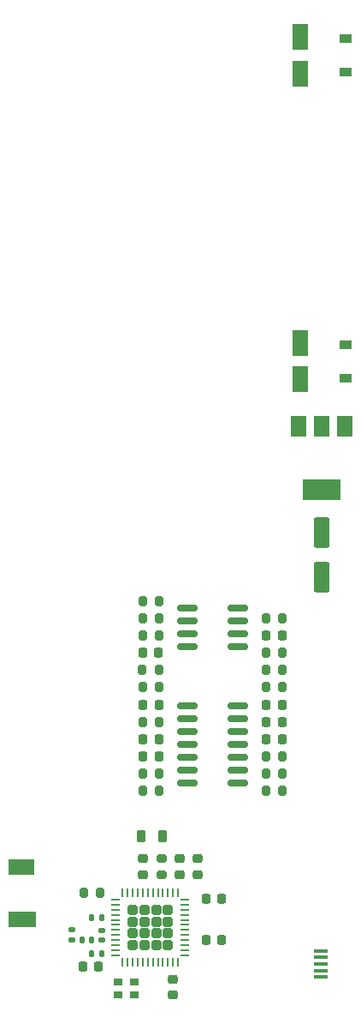
<source format=gbr>
%TF.GenerationSoftware,KiCad,Pcbnew,(6.0.4)*%
%TF.CreationDate,2022-03-21T16:46:14+00:00*%
%TF.ProjectId,Ball_Base_Components,42616c6c-5f42-4617-9365-5f436f6d706f,rev?*%
%TF.SameCoordinates,Original*%
%TF.FileFunction,Paste,Top*%
%TF.FilePolarity,Positive*%
%FSLAX46Y46*%
G04 Gerber Fmt 4.6, Leading zero omitted, Abs format (unit mm)*
G04 Created by KiCad (PCBNEW (6.0.4)) date 2022-03-21 16:46:14*
%MOMM*%
%LPD*%
G01*
G04 APERTURE LIST*
G04 Aperture macros list*
%AMRoundRect*
0 Rectangle with rounded corners*
0 $1 Rounding radius*
0 $2 $3 $4 $5 $6 $7 $8 $9 X,Y pos of 4 corners*
0 Add a 4 corners polygon primitive as box body*
4,1,4,$2,$3,$4,$5,$6,$7,$8,$9,$2,$3,0*
0 Add four circle primitives for the rounded corners*
1,1,$1+$1,$2,$3*
1,1,$1+$1,$4,$5*
1,1,$1+$1,$6,$7*
1,1,$1+$1,$8,$9*
0 Add four rect primitives between the rounded corners*
20,1,$1+$1,$2,$3,$4,$5,0*
20,1,$1+$1,$4,$5,$6,$7,0*
20,1,$1+$1,$6,$7,$8,$9,0*
20,1,$1+$1,$8,$9,$2,$3,0*%
G04 Aperture macros list end*
%ADD10C,0.010000*%
%ADD11RoundRect,0.200000X0.200000X0.275000X-0.200000X0.275000X-0.200000X-0.275000X0.200000X-0.275000X0*%
%ADD12RoundRect,0.225000X0.225000X0.250000X-0.225000X0.250000X-0.225000X-0.250000X0.225000X-0.250000X0*%
%ADD13RoundRect,0.200000X-0.200000X-0.275000X0.200000X-0.275000X0.200000X0.275000X-0.200000X0.275000X0*%
%ADD14R,0.900000X0.800000*%
%ADD15RoundRect,0.225000X0.250000X-0.225000X0.250000X0.225000X-0.250000X0.225000X-0.250000X-0.225000X0*%
%ADD16RoundRect,0.225000X-0.250000X0.225000X-0.250000X-0.225000X0.250000X-0.225000X0.250000X0.225000X0*%
%ADD17R,1.200000X0.900000*%
%ADD18R,1.350000X0.400000*%
%ADD19RoundRect,0.250000X0.550000X-1.050000X0.550000X1.050000X-0.550000X1.050000X-0.550000X-1.050000X0*%
%ADD20RoundRect,0.225000X-0.225000X-0.250000X0.225000X-0.250000X0.225000X0.250000X-0.225000X0.250000X0*%
%ADD21RoundRect,0.250000X-0.550000X1.250000X-0.550000X-1.250000X0.550000X-1.250000X0.550000X1.250000X0*%
%ADD22RoundRect,0.140000X0.170000X-0.140000X0.170000X0.140000X-0.170000X0.140000X-0.170000X-0.140000X0*%
%ADD23RoundRect,0.249323X-0.249323X0.249323X-0.249323X-0.249323X0.249323X-0.249323X0.249323X0.249323X0*%
%ADD24RoundRect,0.062500X-0.062500X0.375000X-0.062500X-0.375000X0.062500X-0.375000X0.062500X0.375000X0*%
%ADD25RoundRect,0.062500X-0.375000X0.062500X-0.375000X-0.062500X0.375000X-0.062500X0.375000X0.062500X0*%
%ADD26R,1.500000X2.000000*%
%ADD27R,3.800000X2.000000*%
%ADD28RoundRect,0.200000X-0.275000X0.200000X-0.275000X-0.200000X0.275000X-0.200000X0.275000X0.200000X0*%
%ADD29RoundRect,0.147500X0.147500X0.172500X-0.147500X0.172500X-0.147500X-0.172500X0.147500X-0.172500X0*%
%ADD30RoundRect,0.140000X0.140000X0.170000X-0.140000X0.170000X-0.140000X-0.170000X0.140000X-0.170000X0*%
%ADD31RoundRect,0.150000X-0.825000X-0.150000X0.825000X-0.150000X0.825000X0.150000X-0.825000X0.150000X0*%
%ADD32RoundRect,0.218750X-0.218750X-0.381250X0.218750X-0.381250X0.218750X0.381250X-0.218750X0.381250X0*%
%ADD33RoundRect,0.150000X0.825000X0.150000X-0.825000X0.150000X-0.825000X-0.150000X0.825000X-0.150000X0*%
%ADD34R,2.600000X1.500000*%
G04 APERTURE END LIST*
D10*
%TO.C,AE1*%
X126321250Y-146490000D02*
X128901250Y-146490000D01*
X128901250Y-146490000D02*
X128901250Y-145010000D01*
X128901250Y-145010000D02*
X126321250Y-145010000D01*
X126321250Y-145010000D02*
X126321250Y-146490000D01*
G36*
X126321250Y-146490000D02*
G01*
X128901250Y-146490000D01*
X128901250Y-145010000D01*
X126321250Y-145010000D01*
X126321250Y-146490000D01*
G37*
%TD*%
D11*
%TO.C,R5*%
X153425000Y-131400000D03*
X151775000Y-131400000D03*
%TD*%
D12*
%TO.C,C8*%
X135211250Y-150500000D03*
X133661250Y-150500000D03*
%TD*%
D13*
%TO.C,R2*%
X139575000Y-131400000D03*
X141225000Y-131400000D03*
%TD*%
D14*
%TO.C,Y1*%
X137111250Y-153225000D03*
X138761250Y-153225000D03*
X138761250Y-151975000D03*
X137111250Y-151975000D03*
%TD*%
D15*
%TO.C,C2*%
X143236250Y-141375000D03*
X143236250Y-139825000D03*
%TD*%
D16*
%TO.C,C7*%
X139636250Y-139825000D03*
X139636250Y-141375000D03*
%TD*%
%TO.C,C4*%
X142536250Y-151725000D03*
X142536250Y-153275000D03*
%TD*%
D11*
%TO.C,R4*%
X153425000Y-133100000D03*
X151775000Y-133100000D03*
%TD*%
D13*
%TO.C,R12*%
X139575000Y-116100000D03*
X141225000Y-116100000D03*
%TD*%
D17*
%TO.C,D1*%
X159700000Y-92337500D03*
X159700000Y-89037500D03*
%TD*%
D18*
%TO.C,J3*%
X157215000Y-151500000D03*
X157215000Y-150850000D03*
X157215000Y-150200000D03*
X157215000Y-149550000D03*
X157215000Y-148900000D03*
%TD*%
D19*
%TO.C,C11*%
X155200000Y-62300000D03*
X155200000Y-58700000D03*
%TD*%
D20*
%TO.C,C6*%
X145861250Y-147800000D03*
X147411250Y-147800000D03*
%TD*%
D13*
%TO.C,R16*%
X139575000Y-114400000D03*
X141225000Y-114400000D03*
%TD*%
D15*
%TO.C,C1*%
X145036250Y-141375000D03*
X145036250Y-139825000D03*
%TD*%
D21*
%TO.C,C14*%
X157300000Y-107650000D03*
X157300000Y-112050000D03*
%TD*%
D22*
%TO.C,C12*%
X135536250Y-147850000D03*
X135536250Y-146890000D03*
%TD*%
D20*
%TO.C,C21*%
X139600000Y-119500000D03*
X141150000Y-119500000D03*
%TD*%
%TO.C,C5*%
X145880000Y-143800000D03*
X147430000Y-143800000D03*
%TD*%
D13*
%TO.C,R17*%
X133750000Y-143210000D03*
X135400000Y-143210000D03*
%TD*%
%TO.C,R6*%
X139575000Y-133100000D03*
X141225000Y-133100000D03*
%TD*%
D11*
%TO.C,R3*%
X153425000Y-129700000D03*
X151775000Y-129700000D03*
%TD*%
%TO.C,R15*%
X141225000Y-126300000D03*
X139575000Y-126300000D03*
%TD*%
D23*
%TO.C,U1*%
X139755000Y-146018750D03*
X138592500Y-146018750D03*
X142080000Y-146018750D03*
X142080000Y-144856250D03*
X142080000Y-148343750D03*
X142080000Y-147181250D03*
X138592500Y-148343750D03*
X138592500Y-144856250D03*
X138592500Y-147181250D03*
X140917500Y-144856250D03*
X140917500Y-148343750D03*
X139755000Y-144856250D03*
X139755000Y-148343750D03*
X140917500Y-146018750D03*
X139755000Y-147181250D03*
X140917500Y-147181250D03*
D24*
X143086250Y-143162500D03*
X142586250Y-143162500D03*
X142086250Y-143162500D03*
X141586250Y-143162500D03*
X141086250Y-143162500D03*
X140586250Y-143162500D03*
X140086250Y-143162500D03*
X139586250Y-143162500D03*
X139086250Y-143162500D03*
X138586250Y-143162500D03*
X138086250Y-143162500D03*
X137586250Y-143162500D03*
D25*
X136898750Y-143850000D03*
X136898750Y-144350000D03*
X136898750Y-144850000D03*
X136898750Y-145350000D03*
X136898750Y-145850000D03*
X136898750Y-146350000D03*
X136898750Y-146850000D03*
X136898750Y-147350000D03*
X136898750Y-147850000D03*
X136898750Y-148350000D03*
X136898750Y-148850000D03*
X136898750Y-149350000D03*
D24*
X137586250Y-150037500D03*
X138086250Y-150037500D03*
X138586250Y-150037500D03*
X139086250Y-150037500D03*
X139586250Y-150037500D03*
X140086250Y-150037500D03*
X140586250Y-150037500D03*
X141086250Y-150037500D03*
X141586250Y-150037500D03*
X142086250Y-150037500D03*
X142586250Y-150037500D03*
X143086250Y-150037500D03*
D25*
X143773750Y-149350000D03*
X143773750Y-148850000D03*
X143773750Y-148350000D03*
X143773750Y-147850000D03*
X143773750Y-147350000D03*
X143773750Y-146850000D03*
X143773750Y-146350000D03*
X143773750Y-145850000D03*
X143773750Y-145350000D03*
X143773750Y-144850000D03*
X143773750Y-144350000D03*
X143773750Y-143850000D03*
%TD*%
D17*
%TO.C,D2*%
X159700000Y-62150000D03*
X159700000Y-58850000D03*
%TD*%
D11*
%TO.C,R14*%
X153425000Y-116100000D03*
X151775000Y-116100000D03*
%TD*%
D20*
%TO.C,C19*%
X151825000Y-117800000D03*
X153375000Y-117800000D03*
%TD*%
D26*
%TO.C,U2*%
X159600000Y-97100000D03*
D27*
X157300000Y-103400000D03*
D26*
X157300000Y-97100000D03*
X155000000Y-97100000D03*
%TD*%
D13*
%TO.C,R10*%
X139550000Y-121200000D03*
X141200000Y-121200000D03*
%TD*%
D20*
%TO.C,C22*%
X139625000Y-124600000D03*
X141175000Y-124600000D03*
%TD*%
D28*
%TO.C,R1*%
X141436250Y-139775000D03*
X141436250Y-141425000D03*
%TD*%
D12*
%TO.C,C20*%
X153375000Y-124600000D03*
X151825000Y-124600000D03*
%TD*%
D11*
%TO.C,R9*%
X153425000Y-121200000D03*
X151775000Y-121200000D03*
%TD*%
D29*
%TO.C,L1*%
X134521250Y-147850000D03*
X133551250Y-147850000D03*
%TD*%
D30*
%TO.C,C9*%
X135516250Y-149200000D03*
X134556250Y-149200000D03*
%TD*%
D31*
%TO.C,U4*%
X144025000Y-115095000D03*
X144025000Y-116365000D03*
X144025000Y-117635000D03*
X144025000Y-118905000D03*
X148975000Y-118905000D03*
X148975000Y-117635000D03*
X148975000Y-116365000D03*
X148975000Y-115095000D03*
%TD*%
D13*
%TO.C,R11*%
X139575000Y-122900000D03*
X141225000Y-122900000D03*
%TD*%
D19*
%TO.C,C10*%
X155200000Y-92487500D03*
X155200000Y-88887500D03*
%TD*%
D12*
%TO.C,C17*%
X141175000Y-129700000D03*
X139625000Y-129700000D03*
%TD*%
D20*
%TO.C,C15*%
X139625000Y-128000000D03*
X141175000Y-128000000D03*
%TD*%
D32*
%TO.C,L2*%
X139392500Y-137600000D03*
X141517500Y-137600000D03*
%TD*%
D11*
%TO.C,R8*%
X153425000Y-119500000D03*
X151775000Y-119500000D03*
%TD*%
D30*
%TO.C,C3*%
X135516250Y-145600000D03*
X134556250Y-145600000D03*
%TD*%
D22*
%TO.C,C13*%
X132536250Y-147820000D03*
X132536250Y-146860000D03*
%TD*%
D12*
%TO.C,C16*%
X153375000Y-128000000D03*
X151825000Y-128000000D03*
%TD*%
D13*
%TO.C,R13*%
X139575000Y-117800000D03*
X141225000Y-117800000D03*
%TD*%
D33*
%TO.C,U3*%
X148975000Y-132310000D03*
X148975000Y-131040000D03*
X148975000Y-129770000D03*
X148975000Y-128500000D03*
X148975000Y-127230000D03*
X148975000Y-125960000D03*
X148975000Y-124690000D03*
X144025000Y-124690000D03*
X144025000Y-125960000D03*
X144025000Y-127230000D03*
X144025000Y-128500000D03*
X144025000Y-129770000D03*
X144025000Y-131040000D03*
X144025000Y-132310000D03*
%TD*%
D34*
%TO.C,AE1*%
X127611250Y-140650000D03*
%TD*%
D11*
%TO.C,R7*%
X153425000Y-122900000D03*
X151775000Y-122900000D03*
%TD*%
D12*
%TO.C,C18*%
X153375000Y-126300000D03*
X151825000Y-126300000D03*
%TD*%
M02*

</source>
